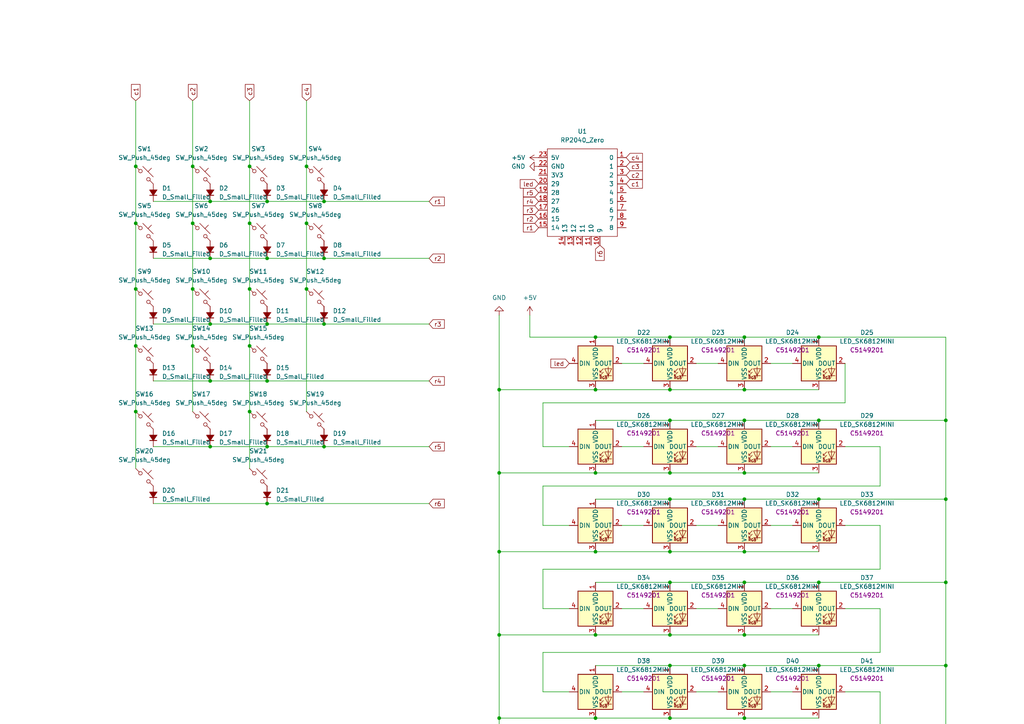
<source format=kicad_sch>
(kicad_sch (version 20250114) (generator "eeschema") (generator_version "9.0")
  (paper "A4")
  (lib_symbols
    (symbol "Device:D_Small_Filled" (pin_numbers (hide yes)) (pin_names (offset 0.254) (hide yes))
      (property "Reference" "D" (at -1.27 2.032 0))
      (property "Value" "D_Small_Filled" (at -3.81 -2.032 0))
      (symbol "D_Small_Filled_0_1"
        (polyline (pts (xy -0.762 0) (xy 0.762 0)))
        (polyline (pts (xy -0.762 -1.016) (xy -0.762 1.016)) (stroke (width 0.254)))
        (polyline (pts (xy 0.762 -1.016) (xy -0.762 0) (xy 0.762 1.016) (xy 0.762 -1.016)) (stroke (width 0.254)) (fill (type outline)))
      )
      (symbol "D_Small_Filled_1_1"
        (pin passive line (at -2.54 0 0) (length 1.778) (name "K") (number "1"))
        (pin passive line (at 2.54 0 180) (length 1.778) (name "A") (number "2"))
      )
    )
    (symbol "ScottoKeebs:LED_SK6812MINI" (pin_names (offset 0.254))
      (property "Reference" "D" (at 2.032 5.588 0))
      (property "Value" "LED_SK6812MINI" (at 1.27 -5.715 0))
      (property "LCSC" "C5149201" (at 0 0 0))
      (symbol "LED_SK6812MINI_0_0"
        (text "RGB" (at 2.286 -4.191 0) (effects (font (size 0.762 0.762))))
      )
      (symbol "LED_SK6812MINI_0_1"
        (rectangle (start -5.08 5.08) (end 5.08 -5.08) (stroke (width 0.254)) (fill (type background)))
        (polyline (pts (xy 1.27 -2.54) (xy 1.778 -2.54)))
        (polyline (pts (xy 1.27 -3.556) (xy 1.778 -3.556)))
        (polyline (pts (xy 2.286 -1.524) (xy 1.27 -2.54) (xy 1.27 -2.032)))
        (polyline (pts (xy 2.286 -2.54) (xy 1.27 -3.556) (xy 1.27 -3.048)))
        (polyline (pts (xy 3.683 -1.016) (xy 3.683 -3.556) (xy 3.683 -4.064)))
        (polyline (pts (xy 4.699 -1.524) (xy 2.667 -1.524) (xy 3.683 -3.556) (xy 4.699 -1.524)))
        (polyline (pts (xy 4.699 -3.556) (xy 2.667 -3.556)))
      )
      (symbol "LED_SK6812MINI_1_1"
        (pin input line (at -7.62 0 0) (length 2.54) (name "DIN") (number "4"))
        (pin power_in line (at 0 7.62 270) (length 2.54) (name "VDD") (number "1"))
        (pin power_in line (at 0 -7.62 90) (length 2.54) (name "VSS") (number "3"))
        (pin output line (at 7.62 0 180) (length 2.54) (name "DOUT") (number "2"))
      )
    )
    (symbol "ScottoKeebs:MCU_RP2040_Zero" (pin_names (offset 1.016))
      (property "Reference" "U" (at 0 15.24 0))
      (property "Value" "RP2040_Zero" (at 0 12.7 0))
      (symbol "MCU_RP2040_Zero_0_1"
        (rectangle (start -10.16 11.43) (end 10.16 -13.97))
      )
      (symbol "MCU_RP2040_Zero_1_1"
        (pin power_out line (at -12.7 8.89 0) (length 2.54) (name "5V") (number "23"))
        (pin power_out line (at -12.7 6.35 0) (length 2.54) (name "GND") (number "22"))
        (pin power_out line (at -12.7 3.81 0) (length 2.54) (name "3V3") (number "21"))
        (pin bidirectional line (at -12.7 1.27 0) (length 2.54) (name "29") (number "20"))
        (pin bidirectional line (at -12.7 -1.27 0) (length 2.54) (name "28") (number "19"))
        (pin bidirectional line (at -12.7 -3.81 0) (length 2.54) (name "27") (number "18"))
        (pin bidirectional line (at -12.7 -6.35 0) (length 2.54) (name "26") (number "17"))
        (pin bidirectional line (at -12.7 -8.89 0) (length 2.54) (name "15") (number "16"))
        (pin bidirectional line (at -12.7 -11.43 0) (length 2.54) (name "14") (number "15"))
        (pin bidirectional line (at -5.08 -16.51 90) (length 2.54) (name "13") (number "14"))
        (pin bidirectional line (at -2.54 -16.51 90) (length 2.54) (name "12") (number "13"))
        (pin bidirectional line (at 0 -16.51 90) (length 2.54) (name "11") (number "12"))
        (pin bidirectional line (at 2.54 -16.51 90) (length 2.54) (name "10") (number "11"))
        (pin bidirectional line (at 5.08 -16.51 90) (length 2.54) (name "9") (number "10"))
        (pin bidirectional line (at 12.7 8.89 180) (length 2.54) (name "0") (number "1"))
        (pin bidirectional line (at 12.7 6.35 180) (length 2.54) (name "1") (number "2"))
        (pin bidirectional line (at 12.7 3.81 180) (length 2.54) (name "2") (number "3"))
        (pin bidirectional line (at 12.7 1.27 180) (length 2.54) (name "3") (number "4"))
        (pin bidirectional line (at 12.7 -1.27 180) (length 2.54) (name "4") (number "5"))
        (pin bidirectional line (at 12.7 -3.81 180) (length 2.54) (name "5") (number "6"))
        (pin bidirectional line (at 12.7 -6.35 180) (length 2.54) (name "6") (number "7"))
        (pin bidirectional line (at 12.7 -8.89 180) (length 2.54) (name "7") (number "8"))
        (pin bidirectional line (at 12.7 -11.43 180) (length 2.54) (name "8") (number "9"))
      )
    )
    (symbol "Switch:SW_Push_45deg" (pin_numbers (hide yes)) (pin_names (offset 1.016) (hide yes))
      (property "Reference" "SW" (at 3.048 1.016 0))
      (property "Value" "SW_Push_45deg" (at 0 -3.81 0))
      (symbol "SW_Push_45deg_0_1"
        (polyline (pts (xy -2.54 2.54) (xy -1.524 1.524) (xy -1.524 1.524)))
        (circle (center -1.1684 1.1684) (radius 0.508))
        (polyline (pts (xy -0.508 2.54) (xy 2.54 -0.508)))
        (polyline (pts (xy 1.016 1.016) (xy 2.032 2.032)))
        (circle (center 1.143 -1.1938) (radius 0.508))
        (polyline (pts (xy 1.524 -1.524) (xy 2.54 -2.54) (xy 2.54 -2.54) (xy 2.54 -2.54)))
        (pin passive line (at -2.54 2.54 0) (length 0) (name "1") (number "1"))
        (pin passive line (at 2.54 -2.54 180) (length 0) (name "2") (number "2"))
      )
    )
    (symbol "power:+5V" (power) (pin_numbers (hide yes)) (pin_names (offset 0) (hide yes))
      (property "Value" "+5V" (at 0 3.556 0))
      (symbol "+5V_0_1"
        (polyline (pts (xy -0.762 1.27) (xy 0 2.54)))
        (polyline (pts (xy 0 2.54) (xy 0.762 1.27)))
        (polyline (pts (xy 0 0) (xy 0 2.54)))
      )
      (symbol "+5V_1_1"
        (pin power_in line (at 0 0 90) (length 0) (name "~") (number "1"))
      )
    )
    (symbol "power:GND" (power) (pin_numbers (hide yes)) (pin_names (offset 0) (hide yes))
      (property "Value" "GND" (at 0 -3.81 0))
      (symbol "GND_0_1"
        (polyline (pts (xy 0 0) (xy 0 -1.27) (xy 1.27 -1.27) (xy 0 -2.54) (xy -1.27 -1.27) (xy 0 -1.27)))
      )
      (symbol "GND_1_1"
        (pin power_in line (at 0 0 270) (length 0) (name "~") (number "1"))
      )
    )
  )
  (junction (at 72.39 48.26))
  (junction (at 172.72 160.02))
  (junction (at 93.98 129.54))
  (junction (at 237.49 168.91))
  (junction (at 194.31 193.04))
  (junction (at 194.31 168.91))
  (junction (at 237.49 193.04))
  (junction (at 172.72 232.41))
  (junction (at 194.31 160.02))
  (junction (at 88.9 83.82))
  (junction (at 39.37 64.77))
  (junction (at 215.9 144.78))
  (junction (at 215.9 113.03))
  (junction (at 77.47 146.05))
  (junction (at 215.9 160.02))
  (junction (at 72.39 100.33))
  (junction (at 215.9 121.92))
  (junction (at 77.47 129.54))
  (junction (at 93.98 58.42))
  (junction (at 88.9 48.26))
  (junction (at 39.37 48.26))
  (junction (at 172.72 97.79))
  (junction (at 55.88 83.82))
  (junction (at 60.96 110.49))
  (junction (at 72.39 83.82))
  (junction (at 93.98 74.93))
  (junction (at 194.31 232.41))
  (junction (at 194.31 208.28))
  (junction (at 237.49 121.92))
  (junction (at 194.31 97.79))
  (junction (at 215.9 168.91))
  (junction (at 72.39 64.77))
  (junction (at 215.9 184.15))
  (junction (at 172.72 113.03))
  (junction (at 55.88 100.33))
  (junction (at 194.31 121.92))
  (junction (at 172.72 208.28))
  (junction (at 215.9 137.16))
  (junction (at 215.9 193.04))
  (junction (at 237.49 97.79))
  (junction (at 215.9 217.17))
  (junction (at 77.47 93.98))
  (junction (at 194.31 184.15))
  (junction (at 274.32 121.92))
  (junction (at 60.96 93.98))
  (junction (at 77.47 74.93))
  (junction (at 215.9 97.79))
  (junction (at 55.88 64.77))
  (junction (at 55.88 48.26))
  (junction (at 215.9 208.28))
  (junction (at 144.78 137.16))
  (junction (at 144.78 208.28))
  (junction (at 88.9 64.77))
  (junction (at 77.47 110.49))
  (junction (at 60.96 129.54))
  (junction (at 60.96 58.42))
  (junction (at 144.78 160.02))
  (junction (at 172.72 184.15))
  (junction (at 93.98 93.98))
  (junction (at 144.78 184.15))
  (junction (at 172.72 137.16))
  (junction (at 77.47 58.42))
  (junction (at 194.31 217.17))
  (junction (at 144.78 113.03))
  (junction (at 274.32 193.04))
  (junction (at 215.9 232.41))
  (junction (at 274.32 144.78))
  (junction (at 39.37 83.82))
  (junction (at 274.32 168.91))
  (junction (at 194.31 137.16))
  (junction (at 72.39 119.38))
  (junction (at 60.96 74.93))
  (junction (at 237.49 217.17))
  (junction (at 39.37 119.38))
  (junction (at 237.49 144.78))
  (junction (at 39.37 100.33))
  (junction (at 194.31 144.78))
  (junction (at 194.31 113.03))
  (wire (pts (xy 215.9 97.79) (xy 237.49 97.79)))
  (wire (pts (xy 201.93 176.53) (xy 208.28 176.53)))
  (wire (pts (xy 223.52 152.4) (xy 229.87 152.4)))
  (wire (pts (xy 77.47 146.05) (xy 124.46 146.05)))
  (wire (pts (xy 93.98 58.42) (xy 124.46 58.42)))
  (wire (pts (xy 39.37 29.21) (xy 39.37 48.26)))
  (wire (pts (xy 172.72 121.92) (xy 194.31 121.92)))
  (wire (pts (xy 255.27 200.66) (xy 255.27 212.09)))
  (wire (pts (xy 77.47 93.98) (xy 93.98 93.98)))
  (wire (pts (xy 60.96 129.54) (xy 77.47 129.54)))
  (wire (pts (xy 245.11 200.66) (xy 255.27 200.66)))
  (wire (pts (xy 144.78 208.28) (xy 172.72 208.28)))
  (wire (pts (xy 172.72 97.79) (xy 153.67 97.79)))
  (wire (pts (xy 144.78 91.44) (xy 144.78 113.03)))
  (wire (pts (xy 215.9 193.04) (xy 194.31 193.04)))
  (wire (pts (xy 55.88 29.21) (xy 55.88 48.26)))
  (wire (pts (xy 194.31 113.03) (xy 215.9 113.03)))
  (wire (pts (xy 72.39 83.82) (xy 72.39 100.33)))
  (wire (pts (xy 245.11 176.53) (xy 255.27 176.53)))
  (wire (pts (xy 88.9 64.77) (xy 88.9 83.82)))
  (wire (pts (xy 72.39 119.38) (xy 72.39 135.89)))
  (wire (pts (xy 237.49 184.15) (xy 215.9 184.15)))
  (wire (pts (xy 72.39 48.26) (xy 72.39 64.77)))
  (wire (pts (xy 215.9 113.03) (xy 237.49 113.03)))
  (wire (pts (xy 157.48 165.1) (xy 157.48 176.53)))
  (wire (pts (xy 88.9 48.26) (xy 88.9 64.77)))
  (wire (pts (xy 274.32 193.04) (xy 237.49 193.04)))
  (wire (pts (xy 215.9 137.16) (xy 194.31 137.16)))
  (wire (pts (xy 194.31 232.41) (xy 172.72 232.41)))
  (wire (pts (xy 223.52 176.53) (xy 229.87 176.53)))
  (wire (pts (xy 274.32 121.92) (xy 274.32 144.78)))
  (wire (pts (xy 180.34 129.54) (xy 186.69 129.54)))
  (wire (pts (xy 55.88 48.26) (xy 55.88 64.77)))
  (wire (pts (xy 245.11 105.41) (xy 245.11 116.84)))
  (wire (pts (xy 255.27 140.97) (xy 157.48 140.97)))
  (wire (pts (xy 39.37 83.82) (xy 39.37 100.33)))
  (wire (pts (xy 237.49 232.41) (xy 215.9 232.41)))
  (wire (pts (xy 172.72 97.79) (xy 194.31 97.79)))
  (wire (pts (xy 274.32 144.78) (xy 274.32 168.91)))
  (wire (pts (xy 44.45 74.93) (xy 60.96 74.93)))
  (wire (pts (xy 245.11 152.4) (xy 255.27 152.4)))
  (wire (pts (xy 144.78 208.28) (xy 144.78 232.41)))
  (wire (pts (xy 180.34 176.53) (xy 186.69 176.53)))
  (wire (pts (xy 215.9 232.41) (xy 194.31 232.41)))
  (wire (pts (xy 144.78 160.02) (xy 144.78 184.15)))
  (wire (pts (xy 180.34 105.41) (xy 186.69 105.41)))
  (wire (pts (xy 194.31 144.78) (xy 215.9 144.78)))
  (wire (pts (xy 215.9 121.92) (xy 237.49 121.92)))
  (wire (pts (xy 172.72 168.91) (xy 194.31 168.91)))
  (wire (pts (xy 55.88 64.77) (xy 55.88 83.82)))
  (wire (pts (xy 201.93 224.79) (xy 208.28 224.79)))
  (wire (pts (xy 194.31 121.92) (xy 215.9 121.92)))
  (wire (pts (xy 215.9 208.28) (xy 237.49 208.28)))
  (wire (pts (xy 245.11 116.84) (xy 157.48 116.84)))
  (wire (pts (xy 201.93 105.41) (xy 208.28 105.41)))
  (wire (pts (xy 194.31 217.17) (xy 215.9 217.17)))
  (wire (pts (xy 144.78 137.16) (xy 144.78 160.02)))
  (wire (pts (xy 194.31 160.02) (xy 215.9 160.02)))
  (wire (pts (xy 157.48 212.09) (xy 157.48 224.79)))
  (wire (pts (xy 274.32 97.79) (xy 274.32 121.92)))
  (wire (pts (xy 157.48 224.79) (xy 165.1 224.79)))
  (wire (pts (xy 72.39 100.33) (xy 72.39 119.38)))
  (wire (pts (xy 157.48 176.53) (xy 165.1 176.53)))
  (wire (pts (xy 44.45 146.05) (xy 77.47 146.05)))
  (wire (pts (xy 172.72 232.41) (xy 144.78 232.41)))
  (wire (pts (xy 201.93 129.54) (xy 208.28 129.54)))
  (wire (pts (xy 180.34 200.66) (xy 186.69 200.66)))
  (wire (pts (xy 157.48 140.97) (xy 157.48 152.4)))
  (wire (pts (xy 215.9 160.02) (xy 237.49 160.02)))
  (wire (pts (xy 93.98 74.93) (xy 124.46 74.93)))
  (wire (pts (xy 88.9 29.21) (xy 88.9 48.26)))
  (wire (pts (xy 55.88 100.33) (xy 55.88 119.38)))
  (wire (pts (xy 255.27 152.4) (xy 255.27 165.1)))
  (wire (pts (xy 255.27 189.23) (xy 157.48 189.23)))
  (wire (pts (xy 215.9 168.91) (xy 237.49 168.91)))
  (wire (pts (xy 39.37 119.38) (xy 39.37 135.89)))
  (wire (pts (xy 237.49 217.17) (xy 274.32 217.17)))
  (wire (pts (xy 194.31 184.15) (xy 172.72 184.15)))
  (wire (pts (xy 255.27 129.54) (xy 255.27 140.97)))
  (wire (pts (xy 274.32 217.17) (xy 274.32 193.04)))
  (wire (pts (xy 215.9 184.15) (xy 194.31 184.15)))
  (wire (pts (xy 144.78 184.15) (xy 144.78 208.28)))
  (wire (pts (xy 93.98 93.98) (xy 124.46 93.98)))
  (wire (pts (xy 77.47 74.93) (xy 93.98 74.93)))
  (wire (pts (xy 157.48 129.54) (xy 165.1 129.54)))
  (wire (pts (xy 144.78 137.16) (xy 144.78 113.03)))
  (wire (pts (xy 172.72 144.78) (xy 194.31 144.78)))
  (wire (pts (xy 93.98 129.54) (xy 124.46 129.54)))
  (wire (pts (xy 194.31 97.79) (xy 215.9 97.79)))
  (wire (pts (xy 223.52 224.79) (xy 229.87 224.79)))
  (wire (pts (xy 237.49 168.91) (xy 274.32 168.91)))
  (wire (pts (xy 39.37 100.33) (xy 39.37 119.38)))
  (wire (pts (xy 144.78 160.02) (xy 172.72 160.02)))
  (wire (pts (xy 55.88 83.82) (xy 55.88 100.33)))
  (wire (pts (xy 194.31 137.16) (xy 172.72 137.16)))
  (wire (pts (xy 223.52 129.54) (xy 229.87 129.54)))
  (wire (pts (xy 245.11 129.54) (xy 255.27 129.54)))
  (wire (pts (xy 172.72 184.15) (xy 144.78 184.15)))
  (wire (pts (xy 44.45 93.98) (xy 60.96 93.98)))
  (wire (pts (xy 194.31 168.91) (xy 215.9 168.91)))
  (wire (pts (xy 215.9 217.17) (xy 237.49 217.17)))
  (wire (pts (xy 201.93 152.4) (xy 208.28 152.4)))
  (wire (pts (xy 274.32 168.91) (xy 274.32 193.04)))
  (wire (pts (xy 153.67 91.44) (xy 153.67 97.79)))
  (wire (pts (xy 157.48 189.23) (xy 157.48 200.66)))
  (wire (pts (xy 144.78 113.03) (xy 172.72 113.03)))
  (wire (pts (xy 172.72 137.16) (xy 144.78 137.16)))
  (wire (pts (xy 39.37 48.26) (xy 39.37 64.77)))
  (wire (pts (xy 237.49 193.04) (xy 215.9 193.04)))
  (wire (pts (xy 255.27 165.1) (xy 157.48 165.1)))
  (wire (pts (xy 194.31 208.28) (xy 215.9 208.28)))
  (wire (pts (xy 237.49 121.92) (xy 274.32 121.92)))
  (wire (pts (xy 39.37 64.77) (xy 39.37 83.82)))
  (wire (pts (xy 255.27 212.09) (xy 157.48 212.09)))
  (wire (pts (xy 77.47 129.54) (xy 93.98 129.54)))
  (wire (pts (xy 255.27 176.53) (xy 255.27 189.23)))
  (wire (pts (xy 172.72 113.03) (xy 194.31 113.03)))
  (wire (pts (xy 88.9 83.82) (xy 88.9 119.38)))
  (wire (pts (xy 201.93 200.66) (xy 208.28 200.66)))
  (wire (pts (xy 60.96 93.98) (xy 77.47 93.98)))
  (wire (pts (xy 44.45 58.42) (xy 60.96 58.42)))
  (wire (pts (xy 157.48 116.84) (xy 157.48 129.54)))
  (wire (pts (xy 77.47 58.42) (xy 93.98 58.42)))
  (wire (pts (xy 237.49 137.16) (xy 215.9 137.16)))
  (wire (pts (xy 223.52 105.41) (xy 229.87 105.41)))
  (wire (pts (xy 237.49 144.78) (xy 274.32 144.78)))
  (wire (pts (xy 72.39 29.21) (xy 72.39 48.26)))
  (wire (pts (xy 72.39 64.77) (xy 72.39 83.82)))
  (wire (pts (xy 237.49 97.79) (xy 274.32 97.79)))
  (wire (pts (xy 180.34 224.79) (xy 186.69 224.79)))
  (wire (pts (xy 77.47 110.49) (xy 124.46 110.49)))
  (wire (pts (xy 172.72 217.17) (xy 194.31 217.17)))
  (wire (pts (xy 180.34 152.4) (xy 186.69 152.4)))
  (wire (pts (xy 60.96 58.42) (xy 77.47 58.42)))
  (wire (pts (xy 60.96 74.93) (xy 77.47 74.93)))
  (wire (pts (xy 172.72 160.02) (xy 194.31 160.02)))
  (wire (pts (xy 172.72 208.28) (xy 194.31 208.28)))
  (wire (pts (xy 223.52 200.66) (xy 229.87 200.66)))
  (wire (pts (xy 194.31 193.04) (xy 172.72 193.04)))
  (wire (pts (xy 157.48 200.66) (xy 165.1 200.66)))
  (wire (pts (xy 215.9 144.78) (xy 237.49 144.78)))
  (wire (pts (xy 44.45 110.49) (xy 60.96 110.49)))
  (wire (pts (xy 157.48 152.4) (xy 165.1 152.4)))
  (wire (pts (xy 44.45 129.54) (xy 60.96 129.54)))
  (wire (pts (xy 60.96 110.49) (xy 77.47 110.49)))
  (global_label "c4" (shape input) (at 181.61 45.72 0) (property "Intersheetrefs" "${INTERSHEET_REFS}" (effects (hide yes))))
  (global_label "r2" (shape input) (at 156.21 63.5 180) (property "Intersheetrefs" "${INTERSHEET_REFS}" (effects (hide yes))))
  (global_label "c3" (shape input) (at 181.61 48.26 0) (property "Intersheetrefs" "${INTERSHEET_REFS}" (effects (hide yes))))
  (global_label "r3" (shape input) (at 124.46 93.98 0) (property "Intersheetrefs" "${INTERSHEET_REFS}" (effects (hide yes))))
  (global_label "c2" (shape input) (at 181.61 50.8 0) (property "Intersheetrefs" "${INTERSHEET_REFS}" (effects (hide yes))))
  (global_label "r5" (shape input) (at 124.46 129.54 0) (property "Intersheetrefs" "${INTERSHEET_REFS}" (effects (hide yes))))
  (global_label "r3" (shape input) (at 156.21 60.96 180) (property "Intersheetrefs" "${INTERSHEET_REFS}" (effects (hide yes))))
  (global_label "r4" (shape input) (at 156.21 58.42 180) (property "Intersheetrefs" "${INTERSHEET_REFS}" (effects (hide yes))))
  (global_label "c4" (shape input) (at 88.9 29.21 90) (property "Intersheetrefs" "${INTERSHEET_REFS}" (effects (hide yes))))
  (global_label "c3" (shape input) (at 72.39 29.21 90) (property "Intersheetrefs" "${INTERSHEET_REFS}" (effects (hide yes))))
  (global_label "r4" (shape input) (at 124.46 110.49 0) (property "Intersheetrefs" "${INTERSHEET_REFS}" (effects (hide yes))))
  (global_label "led" (shape input) (at 165.1 105.41 180) (property "Intersheetrefs" "${INTERSHEET_REFS}" (effects (hide yes))))
  (global_label "r1" (shape input) (at 156.21 66.04 180) (property "Intersheetrefs" "${INTERSHEET_REFS}" (effects (hide yes))))
  (global_label "led" (shape input) (at 156.21 53.34 180) (property "Intersheetrefs" "${INTERSHEET_REFS}" (effects (hide yes))))
  (global_label "r1" (shape input) (at 124.46 58.42 0) (property "Intersheetrefs" "${INTERSHEET_REFS}" (effects (hide yes))))
  (global_label "c2" (shape input) (at 55.88 29.21 90) (property "Intersheetrefs" "${INTERSHEET_REFS}" (effects (hide yes))))
  (global_label "r6" (shape input) (at 124.46 146.05 0) (property "Intersheetrefs" "${INTERSHEET_REFS}" (effects (hide yes))))
  (global_label "c1" (shape input) (at 39.37 29.21 90) (property "Intersheetrefs" "${INTERSHEET_REFS}" (effects (hide yes))))
  (global_label "c1" (shape input) (at 181.61 53.34 0) (property "Intersheetrefs" "${INTERSHEET_REFS}" (effects (hide yes))))
  (global_label "r2" (shape input) (at 124.46 74.93 0) (property "Intersheetrefs" "${INTERSHEET_REFS}" (effects (hide yes))))
  (global_label "r6" (shape input) (at 173.99 71.12 270) (property "Intersheetrefs" "${INTERSHEET_REFS}" (effects (hide yes))))
  (global_label "r5" (shape input) (at 156.21 55.88 180) (property "Intersheetrefs" "${INTERSHEET_REFS}" (effects (hide yes))))
  (symbol (lib_id "power:+5V") (at 156.21 45.72 90) (unit 1)
    (property "Reference" "#PWR02" (effects (hide yes)))
    (property "Value" "+5V" (at 152.4 45.7199 90) (effects (justify left)))
    (property "Description" "Power symbol creates a global label with name \"+5V\"" (effects (hide yes)))
  )
  (symbol (lib_id "ScottoKeebs:LED_SK6812MINI") (at 194.31 200.66 0) (unit 1)
    (property "Reference" "D39" (at 208.28 191.6998 0))
    (property "Value" "LED_SK6812MINI" (at 208.28 194.2398 0))
    (property "Footprint" "ScottoKeebs_Components:LED_SK6812MINI" (effects (hide yes)))
    (property "Datasheet" "https://cdn-shop.adafruit.com/product-files/2686/SK6812MINI_REV.01-1-2.pdf" (effects (hide yes)))
    (property "Description" "RGB LED with integrated controller" (effects (hide yes)))
    (property "LCSC" "C5149201" (at 208.28 196.7798 0))
  )
  (symbol (lib_id "Device:D_Small_Filled") (at 44.45 72.39 90) (unit 1)
    (property "Reference" "D5" (at 46.99 71.1199 90) (effects (justify right)))
    (property "Value" "D_Small_Filled" (at 46.99 73.6599 90) (effects (justify right)))
    (property "Footprint" "Diode_SMD:D_SOD-123" (effects (hide yes)))
    (property "Description" "Diode, small symbol, filled shape" (effects (hide yes)))
    (property "Sim.Device" "D" (effects (hide yes)))
    (property "Sim.Pins" "1=K 2=A" (effects (hide yes)))
  )
  (symbol (lib_id "Switch:SW_Push_45deg") (at 41.91 138.43 0) (unit 1)
    (property "Reference" "SW20" (at 41.91 130.81 0))
    (property "Value" "SW_Push_45deg" (at 41.91 133.35 0))
    (property "Footprint" "ScottoKeebs_Hotswap:Hotswap_Choc_V1_2.00u" (effects (hide yes)))
    (property "Description" "Push button switch, normally open, two pins, 45° tilted" (effects (hide yes)))
  )
  (symbol (lib_id "Switch:SW_Push_45deg") (at 41.91 67.31 0) (unit 1)
    (property "Reference" "SW5" (at 41.91 59.69 0))
    (property "Value" "SW_Push_45deg" (at 41.91 62.23 0))
    (property "Footprint" "ScottoKeebs_Hotswap:Hotswap_Choc_V1_1.00u" (effects (hide yes)))
    (property "Description" "Push button switch, normally open, two pins, 45° tilted" (effects (hide yes)))
  )
  (symbol (lib_id "Device:D_Small_Filled") (at 44.45 127 90) (unit 1)
    (property "Reference" "D16" (at 46.99 125.7299 90) (effects (justify right)))
    (property "Value" "D_Small_Filled" (at 46.99 128.2699 90) (effects (justify right)))
    (property "Footprint" "Diode_SMD:D_SOD-123" (effects (hide yes)))
    (property "Description" "Diode, small symbol, filled shape" (effects (hide yes)))
    (property "Sim.Device" "D" (effects (hide yes)))
    (property "Sim.Pins" "1=K 2=A" (effects (hide yes)))
  )
  (symbol (lib_id "ScottoKeebs:LED_SK6812MINI") (at 172.72 105.41 0) (unit 1)
    (property "Reference" "D22" (at 186.69 96.4498 0))
    (property "Value" "LED_SK6812MINI" (at 186.69 98.9898 0))
    (property "Footprint" "ScottoKeebs_Components:LED_SK6812MINI" (effects (hide yes)))
    (property "Datasheet" "https://cdn-shop.adafruit.com/product-files/2686/SK6812MINI_REV.01-1-2.pdf" (effects (hide yes)))
    (property "Description" "RGB LED with integrated controller" (effects (hide yes)))
    (property "LCSC" "C5149201" (at 186.69 101.5298 0))
  )
  (symbol (lib_id "Device:D_Small_Filled") (at 77.47 91.44 90) (unit 1)
    (property "Reference" "D11" (at 80.01 90.1699 90) (effects (justify right)))
    (property "Value" "D_Small_Filled" (at 80.01 92.7099 90) (effects (justify right)))
    (property "Footprint" "Diode_SMD:D_SOD-123" (effects (hide yes)))
    (property "Description" "Diode, small symbol, filled shape" (effects (hide yes)))
    (property "Sim.Device" "D" (effects (hide yes)))
    (property "Sim.Pins" "1=K 2=A" (effects (hide yes)))
  )
  (symbol (lib_id "Switch:SW_Push_45deg") (at 58.42 102.87 0) (unit 1)
    (property "Reference" "SW14" (at 58.42 95.25 0))
    (property "Value" "SW_Push_45deg" (at 58.42 97.79 0))
    (property "Footprint" "ScottoKeebs_Hotswap:Hotswap_Choc_V1_1.00u" (effects (hide yes)))
    (property "Description" "Push button switch, normally open, two pins, 45° tilted" (effects (hide yes)))
  )
  (symbol (lib_id "Switch:SW_Push_45deg") (at 58.42 121.92 0) (unit 1)
    (property "Reference" "SW17" (at 58.42 114.3 0))
    (property "Value" "SW_Push_45deg" (at 58.42 116.84 0))
    (property "Footprint" "ScottoKeebs_Hotswap:Hotswap_Choc_V1_1.00u" (effects (hide yes)))
    (property "Description" "Push button switch, normally open, two pins, 45° tilted" (effects (hide yes)))
  )
  (symbol (lib_id "Switch:SW_Push_45deg") (at 91.44 86.36 0) (unit 1)
    (property "Reference" "SW12" (at 91.44 78.74 0))
    (property "Value" "SW_Push_45deg" (at 91.44 81.28 0))
    (property "Footprint" "ScottoKeebs_Hotswap:Hotswap_Choc_V1_2.00u_90deg" (effects (hide yes)))
    (property "Description" "Push button switch, normally open, two pins, 45° tilted" (effects (hide yes)))
  )
  (symbol (lib_id "ScottoKeebs:LED_SK6812MINI") (at 215.9 176.53 0) (unit 1)
    (property "Reference" "D36" (at 229.87 167.5698 0))
    (property "Value" "LED_SK6812MINI" (at 229.87 170.1098 0))
    (property "Footprint" "ScottoKeebs_Components:LED_SK6812MINI" (effects (hide yes)))
    (property "Datasheet" "https://cdn-shop.adafruit.com/product-files/2686/SK6812MINI_REV.01-1-2.pdf" (effects (hide yes)))
    (property "Description" "RGB LED with integrated controller" (effects (hide yes)))
    (property "LCSC" "C5149201" (at 229.87 172.6498 0))
  )
  (symbol (lib_id "ScottoKeebs:LED_SK6812MINI") (at 215.9 224.79 0) (unit 1)
    (property "Reference" "D44" (at 229.87 215.8298 0))
    (property "Value" "LED_SK6812MINI" (at 229.87 218.3698 0))
    (property "Footprint" "ScottoKeebs_Components:LED_SK6812MINI" (effects (hide yes)))
    (property "Datasheet" "https://cdn-shop.adafruit.com/product-files/2686/SK6812MINI_REV.01-1-2.pdf" (effects (hide yes)))
    (property "Description" "RGB LED with integrated controller" (effects (hide yes)))
    (property "LCSC" "C5149201" (at 229.87 220.9098 0))
  )
  (symbol (lib_id "Device:D_Small_Filled") (at 77.47 72.39 90) (unit 1)
    (property "Reference" "D7" (at 80.01 71.1199 90) (effects (justify right)))
    (property "Value" "D_Small_Filled" (at 80.01 73.6599 90) (effects (justify right)))
    (property "Footprint" "Diode_SMD:D_SOD-123" (effects (hide yes)))
    (property "Description" "Diode, small symbol, filled shape" (effects (hide yes)))
    (property "Sim.Device" "D" (effects (hide yes)))
    (property "Sim.Pins" "1=K 2=A" (effects (hide yes)))
  )
  (symbol (lib_id "Switch:SW_Push_45deg") (at 74.93 102.87 0) (unit 1)
    (property "Reference" "SW15" (at 74.93 95.25 0))
    (property "Value" "SW_Push_45deg" (at 74.93 97.79 0))
    (property "Footprint" "ScottoKeebs_Hotswap:Hotswap_Choc_V1_1.00u" (effects (hide yes)))
    (property "Description" "Push button switch, normally open, two pins, 45° tilted" (effects (hide yes)))
  )
  (symbol (lib_id "ScottoKeebs:LED_SK6812MINI") (at 172.72 129.54 0) (unit 1)
    (property "Reference" "D26" (at 186.69 120.5798 0))
    (property "Value" "LED_SK6812MINI" (at 186.69 123.1198 0))
    (property "Footprint" "ScottoKeebs_Components:LED_SK6812MINI" (effects (hide yes)))
    (property "Datasheet" "https://cdn-shop.adafruit.com/product-files/2686/SK6812MINI_REV.01-1-2.pdf" (effects (hide yes)))
    (property "Description" "RGB LED with integrated controller" (effects (hide yes)))
    (property "LCSC" "C5149201" (at 186.69 125.6598 0))
  )
  (symbol (lib_id "Device:D_Small_Filled") (at 44.45 55.88 90) (unit 1)
    (property "Reference" "D1" (at 46.99 54.6099 90) (effects (justify right)))
    (property "Value" "D_Small_Filled" (at 46.99 57.1499 90) (effects (justify right)))
    (property "Footprint" "Diode_SMD:D_SOD-123" (effects (hide yes)))
    (property "Description" "Diode, small symbol, filled shape" (effects (hide yes)))
    (property "Sim.Device" "D" (effects (hide yes)))
    (property "Sim.Pins" "1=K 2=A" (effects (hide yes)))
  )
  (symbol (lib_id "Device:D_Small_Filled") (at 60.96 127 90) (unit 1)
    (property "Reference" "D17" (at 63.5 125.7299 90) (effects (justify right)))
    (property "Value" "D_Small_Filled" (at 63.5 128.2699 90) (effects (justify right)))
    (property "Footprint" "Diode_SMD:D_SOD-123" (effects (hide yes)))
    (property "Description" "Diode, small symbol, filled shape" (effects (hide yes)))
    (property "Sim.Device" "D" (effects (hide yes)))
    (property "Sim.Pins" "1=K 2=A" (effects (hide yes)))
  )
  (symbol (lib_id "ScottoKeebs:LED_SK6812MINI") (at 172.72 176.53 0) (unit 1)
    (property "Reference" "D34" (at 186.69 167.5698 0))
    (property "Value" "LED_SK6812MINI" (at 186.69 170.1098 0))
    (property "Footprint" "ScottoKeebs_Components:LED_SK6812MINI" (effects (hide yes)))
    (property "Datasheet" "https://cdn-shop.adafruit.com/product-files/2686/SK6812MINI_REV.01-1-2.pdf" (effects (hide yes)))
    (property "Description" "RGB LED with integrated controller" (effects (hide yes)))
    (property "LCSC" "C5149201" (at 186.69 172.6498 0))
  )
  (symbol (lib_id "ScottoKeebs:LED_SK6812MINI") (at 172.72 152.4 0) (unit 1)
    (property "Reference" "D30" (at 186.69 143.4398 0))
    (property "Value" "LED_SK6812MINI" (at 186.69 145.9798 0))
    (property "Footprint" "ScottoKeebs_Components:LED_SK6812MINI" (effects (hide yes)))
    (property "Datasheet" "https://cdn-shop.adafruit.com/product-files/2686/SK6812MINI_REV.01-1-2.pdf" (effects (hide yes)))
    (property "Description" "RGB LED with integrated controller" (effects (hide yes)))
    (property "LCSC" "C5149201" (at 186.69 148.5198 0))
  )
  (symbol (lib_id "ScottoKeebs:MCU_RP2040_Zero") (at 168.91 54.61 0) (unit 1)
    (property "Reference" "U1" (at 168.91 38.1 0))
    (property "Value" "RP2040_Zero" (at 168.91 40.64 0))
    (property "Footprint" "ScottoKeebs_MCU:RP2040_Zero" (effects (hide yes)))
  )
  (symbol (lib_id "Switch:SW_Push_45deg") (at 41.91 121.92 0) (unit 1)
    (property "Reference" "SW16" (at 41.91 114.3 0))
    (property "Value" "SW_Push_45deg" (at 41.91 116.84 0))
    (property "Footprint" "ScottoKeebs_Hotswap:Hotswap_Choc_V1_1.00u" (effects (hide yes)))
    (property "Description" "Push button switch, normally open, two pins, 45° tilted" (effects (hide yes)))
  )
  (symbol (lib_id "Device:D_Small_Filled") (at 60.96 91.44 90) (unit 1)
    (property "Reference" "D10" (at 63.5 90.1699 90) (effects (justify right)))
    (property "Value" "D_Small_Filled" (at 63.5 92.7099 90) (effects (justify right)))
    (property "Footprint" "Diode_SMD:D_SOD-123" (effects (hide yes)))
    (property "Description" "Diode, small symbol, filled shape" (effects (hide yes)))
    (property "Sim.Device" "D" (effects (hide yes)))
    (property "Sim.Pins" "1=K 2=A" (effects (hide yes)))
  )
  (symbol (lib_id "Device:D_Small_Filled") (at 77.47 55.88 90) (unit 1)
    (property "Reference" "D3" (at 80.01 54.6099 90) (effects (justify right)))
    (property "Value" "D_Small_Filled" (at 80.01 57.1499 90) (effects (justify right)))
    (property "Footprint" "Diode_SMD:D_SOD-123" (effects (hide yes)))
    (property "Description" "Diode, small symbol, filled shape" (effects (hide yes)))
    (property "Sim.Device" "D" (effects (hide yes)))
    (property "Sim.Pins" "1=K 2=A" (effects (hide yes)))
  )
  (symbol (lib_id "Device:D_Small_Filled") (at 93.98 72.39 90) (unit 1)
    (property "Reference" "D8" (at 96.52 71.1199 90) (effects (justify right)))
    (property "Value" "D_Small_Filled" (at 96.52 73.6599 90) (effects (justify right)))
    (property "Footprint" "Diode_SMD:D_SOD-123" (effects (hide yes)))
    (property "Description" "Diode, small symbol, filled shape" (effects (hide yes)))
    (property "Sim.Device" "D" (effects (hide yes)))
    (property "Sim.Pins" "1=K 2=A" (effects (hide yes)))
  )
  (symbol (lib_id "ScottoKeebs:LED_SK6812MINI") (at 237.49 224.79 0) (unit 1)
    (property "Reference" "D45" (at 251.46 215.8298 0))
    (property "Value" "LED_SK6812MINI" (at 251.46 218.3698 0))
    (property "Footprint" "ScottoKeebs_Components:LED_SK6812MINI" (effects (hide yes)))
    (property "Datasheet" "https://cdn-shop.adafruit.com/product-files/2686/SK6812MINI_REV.01-1-2.pdf" (effects (hide yes)))
    (property "Description" "RGB LED with integrated controller" (effects (hide yes)))
    (property "LCSC" "C5149201" (at 251.46 220.9098 0))
  )
  (symbol (lib_id "ScottoKeebs:LED_SK6812MINI") (at 237.49 200.66 0) (unit 1)
    (property "Reference" "D41" (at 251.46 191.6998 0))
    (property "Value" "LED_SK6812MINI" (at 251.46 194.2398 0))
    (property "Footprint" "ScottoKeebs_Components:LED_SK6812MINI" (effects (hide yes)))
    (property "Datasheet" "https://cdn-shop.adafruit.com/product-files/2686/SK6812MINI_REV.01-1-2.pdf" (effects (hide yes)))
    (property "Description" "RGB LED with integrated controller" (effects (hide yes)))
    (property "LCSC" "C5149201" (at 251.46 196.7798 0))
  )
  (symbol (lib_id "Device:D_Small_Filled") (at 44.45 107.95 90) (unit 1)
    (property "Reference" "D13" (at 46.99 106.6799 90) (effects (justify right)))
    (property "Value" "D_Small_Filled" (at 46.99 109.2199 90) (effects (justify right)))
    (property "Footprint" "Diode_SMD:D_SOD-123" (effects (hide yes)))
    (property "Description" "Diode, small symbol, filled shape" (effects (hide yes)))
    (property "Sim.Device" "D" (effects (hide yes)))
    (property "Sim.Pins" "1=K 2=A" (effects (hide yes)))
  )
  (symbol (lib_id "Switch:SW_Push_45deg") (at 41.91 50.8 0) (unit 1)
    (property "Reference" "SW1" (at 41.91 43.18 0))
    (property "Value" "SW_Push_45deg" (at 41.91 45.72 0))
    (property "Footprint" "ScottoKeebs_Choc:Choc_V1_1.00u" (effects (hide yes)))
    (property "Description" "Push button switch, normally open, two pins, 45° tilted" (effects (hide yes)))
  )
  (symbol (lib_id "Device:D_Small_Filled") (at 44.45 143.51 90) (unit 1)
    (property "Reference" "D20" (at 46.99 142.2399 90) (effects (justify right)))
    (property "Value" "D_Small_Filled" (at 46.99 144.7799 90) (effects (justify right)))
    (property "Footprint" "Diode_SMD:D_SOD-123" (effects (hide yes)))
    (property "Description" "Diode, small symbol, filled shape" (effects (hide yes)))
    (property "Sim.Device" "D" (effects (hide yes)))
    (property "Sim.Pins" "1=K 2=A" (effects (hide yes)))
  )
  (symbol (lib_id "Device:D_Small_Filled") (at 44.45 91.44 90) (unit 1)
    (property "Reference" "D9" (at 46.99 90.1699 90) (effects (justify right)))
    (property "Value" "D_Small_Filled" (at 46.99 92.7099 90) (effects (justify right)))
    (property "Footprint" "Diode_SMD:D_SOD-123" (effects (hide yes)))
    (property "Description" "Diode, small symbol, filled shape" (effects (hide yes)))
    (property "Sim.Device" "D" (effects (hide yes)))
    (property "Sim.Pins" "1=K 2=A" (effects (hide yes)))
  )
  (symbol (lib_id "ScottoKeebs:LED_SK6812MINI") (at 215.9 105.41 0) (unit 1)
    (property "Reference" "D24" (at 229.87 96.4498 0))
    (property "Value" "LED_SK6812MINI" (at 229.87 98.9898 0))
    (property "Footprint" "ScottoKeebs_Components:LED_SK6812MINI" (effects (hide yes)))
    (property "Datasheet" "https://cdn-shop.adafruit.com/product-files/2686/SK6812MINI_REV.01-1-2.pdf" (effects (hide yes)))
    (property "Description" "RGB LED with integrated controller" (effects (hide yes)))
    (property "LCSC" "C5149201" (at 229.87 101.5298 0))
  )
  (symbol (lib_id "Device:D_Small_Filled") (at 93.98 55.88 90) (unit 1)
    (property "Reference" "D4" (at 96.52 54.6099 90) (effects (justify right)))
    (property "Value" "D_Small_Filled" (at 96.52 57.1499 90) (effects (justify right)))
    (property "Footprint" "Diode_SMD:D_SOD-123" (effects (hide yes)))
    (property "Description" "Diode, small symbol, filled shape" (effects (hide yes)))
    (property "Sim.Device" "D" (effects (hide yes)))
    (property "Sim.Pins" "1=K 2=A" (effects (hide yes)))
  )
  (symbol (lib_id "Switch:SW_Push_45deg") (at 74.93 50.8 0) (unit 1)
    (property "Reference" "SW3" (at 74.93 43.18 0))
    (property "Value" "SW_Push_45deg" (at 74.93 45.72 0))
    (property "Footprint" "ScottoKeebs_Hotswap:Hotswap_Choc_V1_1.00u" (effects (hide yes)))
    (property "Description" "Push button switch, normally open, two pins, 45° tilted" (effects (hide yes)))
  )
  (symbol (lib_id "ScottoKeebs:LED_SK6812MINI") (at 215.9 129.54 0) (unit 1)
    (property "Reference" "D28" (at 229.87 120.5798 0))
    (property "Value" "LED_SK6812MINI" (at 229.87 123.1198 0))
    (property "Footprint" "ScottoKeebs_Components:LED_SK6812MINI" (effects (hide yes)))
    (property "Datasheet" "https://cdn-shop.adafruit.com/product-files/2686/SK6812MINI_REV.01-1-2.pdf" (effects (hide yes)))
    (property "Description" "RGB LED with integrated controller" (effects (hide yes)))
    (property "LCSC" "C5149201" (at 229.87 125.6598 0))
  )
  (symbol (lib_id "Device:D_Small_Filled") (at 77.47 127 90) (unit 1)
    (property "Reference" "D18" (at 80.01 125.7299 90) (effects (justify right)))
    (property "Value" "D_Small_Filled" (at 80.01 128.2699 90) (effects (justify right)))
    (property "Footprint" "Diode_SMD:D_SOD-123" (effects (hide yes)))
    (property "Description" "Diode, small symbol, filled shape" (effects (hide yes)))
    (property "Sim.Device" "D" (effects (hide yes)))
    (property "Sim.Pins" "1=K 2=A" (effects (hide yes)))
  )
  (symbol (lib_id "Device:D_Small_Filled") (at 77.47 107.95 90) (unit 1)
    (property "Reference" "D15" (at 80.01 106.6799 90) (effects (justify right)))
    (property "Value" "D_Small_Filled" (at 80.01 109.2199 90) (effects (justify right)))
    (property "Footprint" "Diode_SMD:D_SOD-123" (effects (hide yes)))
    (property "Description" "Diode, small symbol, filled shape" (effects (hide yes)))
    (property "Sim.Device" "D" (effects (hide yes)))
    (property "Sim.Pins" "1=K 2=A" (effects (hide yes)))
  )
  (symbol (lib_id "ScottoKeebs:LED_SK6812MINI") (at 215.9 200.66 0) (unit 1)
    (property "Reference" "D40" (at 229.87 191.6998 0))
    (property "Value" "LED_SK6812MINI" (at 229.87 194.2398 0))
    (property "Footprint" "ScottoKeebs_Components:LED_SK6812MINI" (effects (hide yes)))
    (property "Datasheet" "https://cdn-shop.adafruit.com/product-files/2686/SK6812MINI_REV.01-1-2.pdf" (effects (hide yes)))
    (property "Description" "RGB LED with integrated controller" (effects (hide yes)))
    (property "LCSC" "C5149201" (at 229.87 196.7798 0))
  )
  (symbol (lib_id "ScottoKeebs:LED_SK6812MINI") (at 237.49 105.41 0) (unit 1)
    (property "Reference" "D25" (at 251.46 96.4498 0))
    (property "Value" "LED_SK6812MINI" (at 251.46 98.9898 0))
    (property "Footprint" "ScottoKeebs_Components:LED_SK6812MINI" (effects (hide yes)))
    (property "Datasheet" "https://cdn-shop.adafruit.com/product-files/2686/SK6812MINI_REV.01-1-2.pdf" (effects (hide yes)))
    (property "Description" "RGB LED with integrated controller" (effects (hide yes)))
    (property "LCSC" "C5149201" (at 251.46 101.5298 0))
  )
  (symbol (lib_id "Switch:SW_Push_45deg") (at 41.91 102.87 0) (unit 1)
    (property "Reference" "SW13" (at 41.91 95.25 0))
    (property "Value" "SW_Push_45deg" (at 41.91 97.79 0))
    (property "Footprint" "ScottoKeebs_Hotswap:Hotswap_Choc_V1_1.00u" (effects (hide yes)))
    (property "Description" "Push button switch, normally open, two pins, 45° tilted" (effects (hide yes)))
  )
  (symbol (lib_id "Switch:SW_Push_45deg") (at 58.42 50.8 0) (unit 1)
    (property "Reference" "SW2" (at 58.42 43.18 0))
    (property "Value" "SW_Push_45deg" (at 58.42 45.72 0))
    (property "Footprint" "ScottoKeebs_Hotswap:Hotswap_Choc_V1_1.00u" (effects (hide yes)))
    (property "Description" "Push button switch, normally open, two pins, 45° tilted" (effects (hide yes)))
  )
  (symbol (lib_id "ScottoKeebs:LED_SK6812MINI") (at 194.31 152.4 0) (unit 1)
    (property "Reference" "D31" (at 208.28 143.4398 0))
    (property "Value" "LED_SK6812MINI" (at 208.28 145.9798 0))
    (property "Footprint" "ScottoKeebs_Components:LED_SK6812MINI" (effects (hide yes)))
    (property "Datasheet" "https://cdn-shop.adafruit.com/product-files/2686/SK6812MINI_REV.01-1-2.pdf" (effects (hide yes)))
    (property "Description" "RGB LED with integrated controller" (effects (hide yes)))
    (property "LCSC" "C5149201" (at 208.28 148.5198 0))
  )
  (symbol (lib_id "ScottoKeebs:LED_SK6812MINI") (at 215.9 152.4 0) (unit 1)
    (property "Reference" "D32" (at 229.87 143.4398 0))
    (property "Value" "LED_SK6812MINI" (at 229.87 145.9798 0))
    (property "Footprint" "ScottoKeebs_Components:LED_SK6812MINI" (effects (hide yes)))
    (property "Datasheet" "https://cdn-shop.adafruit.com/product-files/2686/SK6812MINI_REV.01-1-2.pdf" (effects (hide yes)))
    (property "Description" "RGB LED with integrated controller" (effects (hide yes)))
    (property "LCSC" "C5149201" (at 229.87 148.5198 0))
  )
  (symbol (lib_id "ScottoKeebs:LED_SK6812MINI") (at 237.49 176.53 0) (unit 1)
    (property "Reference" "D37" (at 251.46 167.5698 0))
    (property "Value" "LED_SK6812MINI" (at 251.46 170.1098 0))
    (property "Footprint" "ScottoKeebs_Components:LED_SK6812MINI" (effects (hide yes)))
    (property "Datasheet" "https://cdn-shop.adafruit.com/product-files/2686/SK6812MINI_REV.01-1-2.pdf" (effects (hide yes)))
    (property "Description" "RGB LED with integrated controller" (effects (hide yes)))
    (property "LCSC" "C5149201" (at 251.46 172.6498 0))
  )
  (symbol (lib_id "Switch:SW_Push_45deg") (at 58.42 67.31 0) (unit 1)
    (property "Reference" "SW6" (at 58.42 59.69 0))
    (property "Value" "SW_Push_45deg" (at 58.42 62.23 0))
    (property "Footprint" "ScottoKeebs_Hotswap:Hotswap_Choc_V1_1.00u" (effects (hide yes)))
    (property "Description" "Push button switch, normally open, two pins, 45° tilted" (effects (hide yes)))
  )
  (symbol (lib_id "Device:D_Small_Filled") (at 93.98 91.44 90) (unit 1)
    (property "Reference" "D12" (at 96.52 90.1699 90) (effects (justify right)))
    (property "Value" "D_Small_Filled" (at 96.52 92.7099 90) (effects (justify right)))
    (property "Footprint" "Diode_SMD:D_SOD-123" (effects (hide yes)))
    (property "Description" "Diode, small symbol, filled shape" (effects (hide yes)))
    (property "Sim.Device" "D" (effects (hide yes)))
    (property "Sim.Pins" "1=K 2=A" (effects (hide yes)))
  )
  (symbol (lib_id "power:GND") (at 144.78 91.44 180) (unit 1)
    (property "Reference" "#PWR03" (effects (hide yes)))
    (property "Value" "GND" (at 144.78 86.36 0))
    (property "Description" "Power symbol creates a global label with name \"GND\" , ground" (effects (hide yes)))
  )
  (symbol (lib_id "Switch:SW_Push_45deg") (at 91.44 50.8 0) (unit 1)
    (property "Reference" "SW4" (at 91.44 43.18 0))
    (property "Value" "SW_Push_45deg" (at 91.44 45.72 0))
    (property "Footprint" "ScottoKeebs_Hotswap:Hotswap_Choc_V1_1.00u" (effects (hide yes)))
    (property "Description" "Push button switch, normally open, two pins, 45° tilted" (effects (hide yes)))
  )
  (symbol (lib_id "Device:D_Small_Filled") (at 60.96 55.88 90) (unit 1)
    (property "Reference" "D2" (at 63.5 54.6099 90) (effects (justify right)))
    (property "Value" "D_Small_Filled" (at 63.5 57.1499 90) (effects (justify right)))
    (property "Footprint" "Diode_SMD:D_SOD-123" (effects (hide yes)))
    (property "Description" "Diode, small symbol, filled shape" (effects (hide yes)))
    (property "Sim.Device" "D" (effects (hide yes)))
    (property "Sim.Pins" "1=K 2=A" (effects (hide yes)))
  )
  (symbol (lib_id "power:+5V") (at 153.67 91.44 0) (unit 1)
    (property "Reference" "#PWR01" (effects (hide yes)))
    (property "Value" "+5V" (at 153.67 86.36 0))
    (property "Description" "Power symbol creates a global label with name \"+5V\"" (effects (hide yes)))
  )
  (symbol (lib_id "Switch:SW_Push_45deg") (at 74.93 121.92 0) (unit 1)
    (property "Reference" "SW18" (at 74.93 114.3 0))
    (property "Value" "SW_Push_45deg" (at 74.93 116.84 0))
    (property "Footprint" "ScottoKeebs_Hotswap:Hotswap_Choc_V1_1.00u" (effects (hide yes)))
    (property "Description" "Push button switch, normally open, two pins, 45° tilted" (effects (hide yes)))
  )
  (symbol (lib_id "Switch:SW_Push_45deg") (at 91.44 67.31 0) (unit 1)
    (property "Reference" "SW8" (at 91.44 59.69 0))
    (property "Value" "SW_Push_45deg" (at 91.44 62.23 0))
    (property "Footprint" "ScottoKeebs_Hotswap:Hotswap_Choc_V1_1.00u" (effects (hide yes)))
    (property "Description" "Push button switch, normally open, two pins, 45° tilted" (effects (hide yes)))
  )
  (symbol (lib_id "ScottoKeebs:LED_SK6812MINI") (at 237.49 129.54 0) (unit 1)
    (property "Reference" "D29" (at 251.46 120.5798 0))
    (property "Value" "LED_SK6812MINI" (at 251.46 123.1198 0))
    (property "Footprint" "ScottoKeebs_Components:LED_SK6812MINI" (effects (hide yes)))
    (property "Datasheet" "https://cdn-shop.adafruit.com/product-files/2686/SK6812MINI_REV.01-1-2.pdf" (effects (hide yes)))
    (property "Description" "RGB LED with integrated controller" (effects (hide yes)))
    (property "LCSC" "C5149201" (at 251.46 125.6598 0))
  )
  (symbol (lib_id "ScottoKeebs:LED_SK6812MINI") (at 194.31 105.41 0) (unit 1)
    (property "Reference" "D23" (at 208.28 96.4498 0))
    (property "Value" "LED_SK6812MINI" (at 208.28 98.9898 0))
    (property "Footprint" "ScottoKeebs_Components:LED_SK6812MINI" (effects (hide yes)))
    (property "Datasheet" "https://cdn-shop.adafruit.com/product-files/2686/SK6812MINI_REV.01-1-2.pdf" (effects (hide yes)))
    (property "Description" "RGB LED with integrated controller" (effects (hide yes)))
    (property "LCSC" "C5149201" (at 208.28 101.5298 0))
  )
  (symbol (lib_id "ScottoKeebs:LED_SK6812MINI") (at 172.72 200.66 0) (unit 1)
    (property "Reference" "D38" (at 186.69 191.6998 0))
    (property "Value" "LED_SK6812MINI" (at 186.69 194.2398 0))
    (property "Footprint" "ScottoKeebs_Components:LED_SK6812MINI" (effects (hide yes)))
    (property "Datasheet" "https://cdn-shop.adafruit.com/product-files/2686/SK6812MINI_REV.01-1-2.pdf" (effects (hide yes)))
    (property "Description" "RGB LED with integrated controller" (effects (hide yes)))
    (property "LCSC" "C5149201" (at 186.69 196.7798 0))
  )
  (symbol (lib_id "Switch:SW_Push_45deg") (at 74.93 138.43 0) (unit 1)
    (property "Reference" "SW21" (at 74.93 130.81 0))
    (property "Value" "SW_Push_45deg" (at 74.93 133.35 0))
    (property "Footprint" "ScottoKeebs_Hotswap:Hotswap_Choc_V1_1.00u" (effects (hide yes)))
    (property "Description" "Push button switch, normally open, two pins, 45° tilted" (effects (hide yes)))
  )
  (symbol (lib_id "Device:D_Small_Filled") (at 60.96 107.95 90) (unit 1)
    (property "Reference" "D14" (at 63.5 106.6799 90) (effects (justify right)))
    (property "Value" "D_Small_Filled" (at 63.5 109.2199 90) (effects (justify right)))
    (property "Footprint" "Diode_SMD:D_SOD-123" (effects (hide yes)))
    (property "Description" "Diode, small symbol, filled shape" (effects (hide yes)))
    (property "Sim.Device" "D" (effects (hide yes)))
    (property "Sim.Pins" "1=K 2=A" (effects (hide yes)))
  )
  (symbol (lib_id "Switch:SW_Push_45deg") (at 74.93 67.31 0) (unit 1)
    (property "Reference" "SW7" (at 74.93 59.69 0))
    (property "Value" "SW_Push_45deg" (at 74.93 62.23 0))
    (property "Footprint" "ScottoKeebs_Hotswap:Hotswap_Choc_V1_1.00u" (effects (hide yes)))
    (property "Description" "Push button switch, normally open, two pins, 45° tilted" (effects (hide yes)))
  )
  (symbol (lib_id "Switch:SW_Push_45deg") (at 74.93 86.36 0) (unit 1)
    (property "Reference" "SW11" (at 74.93 78.74 0))
    (property "Value" "SW_Push_45deg" (at 74.93 81.28 0))
    (property "Footprint" "ScottoKeebs_Hotswap:Hotswap_Choc_V1_1.00u" (effects (hide yes)))
    (property "Description" "Push button switch, normally open, two pins, 45° tilted" (effects (hide yes)))
  )
  (symbol (lib_id "ScottoKeebs:LED_SK6812MINI") (at 194.31 176.53 0) (unit 1)
    (property "Reference" "D35" (at 208.28 167.5698 0))
    (property "Value" "LED_SK6812MINI" (at 208.28 170.1098 0))
    (property "Footprint" "ScottoKeebs_Components:LED_SK6812MINI" (effects (hide yes)))
    (property "Datasheet" "https://cdn-shop.adafruit.com/product-files/2686/SK6812MINI_REV.01-1-2.pdf" (effects (hide yes)))
    (property "Description" "RGB LED with integrated controller" (effects (hide yes)))
    (property "LCSC" "C5149201" (at 208.28 172.6498 0))
  )
  (symbol (lib_id "ScottoKeebs:LED_SK6812MINI") (at 194.31 224.79 0) (unit 1)
    (property "Reference" "D43" (at 208.28 215.8298 0))
    (property "Value" "LED_SK6812MINI" (at 208.28 218.3698 0))
    (property "Footprint" "ScottoKeebs_Components:LED_SK6812MINI" (effects (hide yes)))
    (property "Datasheet" "https://cdn-shop.adafruit.com/product-files/2686/SK6812MINI_REV.01-1-2.pdf" (effects (hide yes)))
    (property "Description" "RGB LED with integrated controller" (effects (hide yes)))
    (property "LCSC" "C5149201" (at 208.28 220.9098 0))
  )
  (symbol (lib_id "ScottoKeebs:LED_SK6812MINI") (at 194.31 129.54 0) (unit 1)
    (property "Reference" "D27" (at 208.28 120.5798 0))
    (property "Value" "LED_SK6812MINI" (at 208.28 123.1198 0))
    (property "Footprint" "ScottoKeebs_Components:LED_SK6812MINI" (effects (hide yes)))
    (property "Datasheet" "https://cdn-shop.adafruit.com/product-files/2686/SK6812MINI_REV.01-1-2.pdf" (effects (hide yes)))
    (property "Description" "RGB LED with integrated controller" (effects (hide yes)))
    (property "LCSC" "C5149201" (at 208.28 125.6598 0))
  )
  (symbol (lib_id "Switch:SW_Push_45deg") (at 41.91 86.36 0) (unit 1)
    (property "Reference" "SW9" (at 41.91 78.74 0))
    (property "Value" "SW_Push_45deg" (at 41.91 81.28 0))
    (property "Footprint" "ScottoKeebs_Hotswap:Hotswap_Choc_V1_1.00u" (effects (hide yes)))
    (property "Description" "Push button switch, normally open, two pins, 45° tilted" (effects (hide yes)))
  )
  (symbol (lib_id "ScottoKeebs:LED_SK6812MINI") (at 172.72 224.79 0) (unit 1)
    (property "Reference" "D42" (at 186.69 215.8298 0))
    (property "Value" "LED_SK6812MINI" (at 186.69 218.3698 0))
    (property "Footprint" "ScottoKeebs_Components:LED_SK6812MINI" (effects (hide yes)))
    (property "Datasheet" "https://cdn-shop.adafruit.com/product-files/2686/SK6812MINI_REV.01-1-2.pdf" (effects (hide yes)))
    (property "Description" "RGB LED with integrated controller" (effects (hide yes)))
    (property "LCSC" "C5149201" (at 186.69 220.9098 0))
  )
  (symbol (lib_id "power:GND") (at 156.21 48.26 270) (unit 1)
    (property "Reference" "#PWR04" (effects (hide yes)))
    (property "Value" "GND" (at 152.4 48.2599 90) (effects (justify right)))
    (property "Description" "Power symbol creates a global label with name \"GND\" , ground" (effects (hide yes)))
  )
  (symbol (lib_id "Switch:SW_Push_45deg") (at 91.44 121.92 0) (unit 1)
    (property "Reference" "SW19" (at 91.44 114.3 0))
    (property "Value" "SW_Push_45deg" (at 91.44 116.84 0))
    (property "Footprint" "ScottoKeebs_Hotswap:Hotswap_Choc_V1_2.00u_90deg" (effects (hide yes)))
    (property "Description" "Push button switch, normally open, two pins, 45° tilted" (effects (hide yes)))
  )
  (symbol (lib_id "Device:D_Small_Filled") (at 93.98 127 90) (unit 1)
    (property "Reference" "D19" (at 96.52 125.7299 90) (effects (justify right)))
    (property "Value" "D_Small_Filled" (at 96.52 128.2699 90) (effects (justify right)))
    (property "Footprint" "Diode_SMD:D_SOD-123" (effects (hide yes)))
    (property "Description" "Diode, small symbol, filled shape" (effects (hide yes)))
    (property "Sim.Device" "D" (effects (hide yes)))
    (property "Sim.Pins" "1=K 2=A" (effects (hide yes)))
  )
  (symbol (lib_id "Switch:SW_Push_45deg") (at 58.42 86.36 0) (unit 1)
    (property "Reference" "SW10" (at 58.42 78.74 0))
    (property "Value" "SW_Push_45deg" (at 58.42 81.28 0))
    (property "Footprint" "ScottoKeebs_Hotswap:Hotswap_Choc_V1_1.00u" (effects (hide yes)))
    (property "Description" "Push button switch, normally open, two pins, 45° tilted" (effects (hide yes)))
  )
  (symbol (lib_id "Device:D_Small_Filled") (at 77.47 143.51 90) (unit 1)
    (property "Reference" "D21" (at 80.01 142.2399 90) (effects (justify right)))
    (property "Value" "D_Small_Filled" (at 80.01 144.7799 90) (effects (justify right)))
    (property "Footprint" "Diode_SMD:D_SOD-123" (effects (hide yes)))
    (property "Description" "Diode, small symbol, filled shape" (effects (hide yes)))
    (property "Sim.Device" "D" (effects (hide yes)))
    (property "Sim.Pins" "1=K 2=A" (effects (hide yes)))
  )
  (symbol (lib_id "Device:D_Small_Filled") (at 60.96 72.39 90) (unit 1)
    (property "Reference" "D6" (at 63.5 71.1199 90) (effects (justify right)))
    (property "Value" "D_Small_Filled" (at 63.5 73.6599 90) (effects (justify right)))
    (property "Footprint" "Diode_SMD:D_SOD-123" (effects (hide yes)))
    (property "Description" "Diode, small symbol, filled shape" (effects (hide yes)))
    (property "Sim.Device" "D" (effects (hide yes)))
    (property "Sim.Pins" "1=K 2=A" (effects (hide yes)))
  )
  (symbol (lib_id "ScottoKeebs:LED_SK6812MINI") (at 237.49 152.4 0) (unit 1)
    (property "Reference" "D33" (at 251.46 143.4398 0))
    (property "Value" "LED_SK6812MINI" (at 251.46 145.9798 0))
    (property "Footprint" "ScottoKeebs_Components:LED_SK6812MINI" (effects (hide yes)))
    (property "Datasheet" "https://cdn-shop.adafruit.com/product-files/2686/SK6812MINI_REV.01-1-2.pdf" (effects (hide yes)))
    (property "Description" "RGB LED with integrated controller" (effects (hide yes)))
    (property "LCSC" "C5149201" (at 251.46 148.5198 0))
  )
)
</source>
